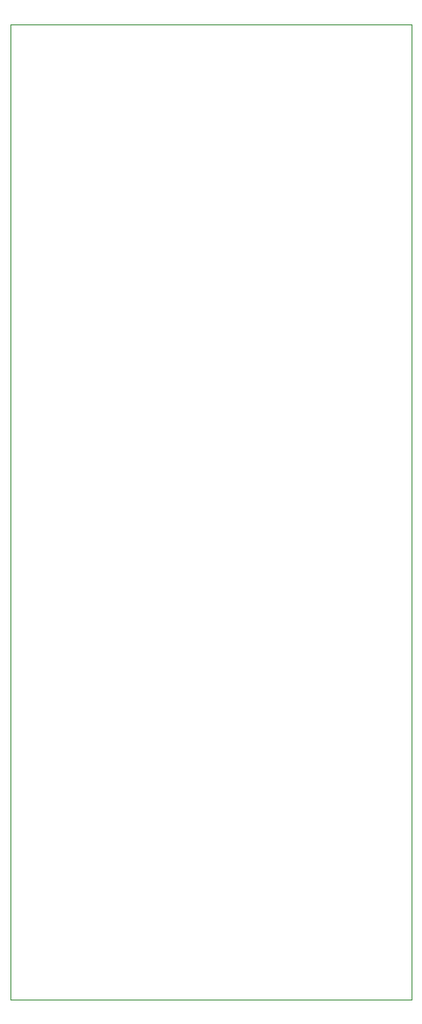
<source format=gbr>
G04 #@! TF.GenerationSoftware,KiCad,Pcbnew,9.0.3*
G04 #@! TF.CreationDate,2025-10-12T17:28:26-05:00*
G04 #@! TF.ProjectId,OSO-SWAT-C1,4f534f2d-5357-4415-942d-43312e6b6963,rev?*
G04 #@! TF.SameCoordinates,Original*
G04 #@! TF.FileFunction,Profile,NP*
%FSLAX46Y46*%
G04 Gerber Fmt 4.6, Leading zero omitted, Abs format (unit mm)*
G04 Created by KiCad (PCBNEW 9.0.3) date 2025-10-12 17:28:26*
%MOMM*%
%LPD*%
G01*
G04 APERTURE LIST*
G04 #@! TA.AperFunction,Profile*
%ADD10C,0.050000*%
G04 #@! TD*
G04 APERTURE END LIST*
D10*
X80000000Y-70830000D02*
X118970000Y-70830000D01*
X118970000Y-165470000D01*
X80000000Y-165470000D01*
X80000000Y-70830000D01*
M02*

</source>
